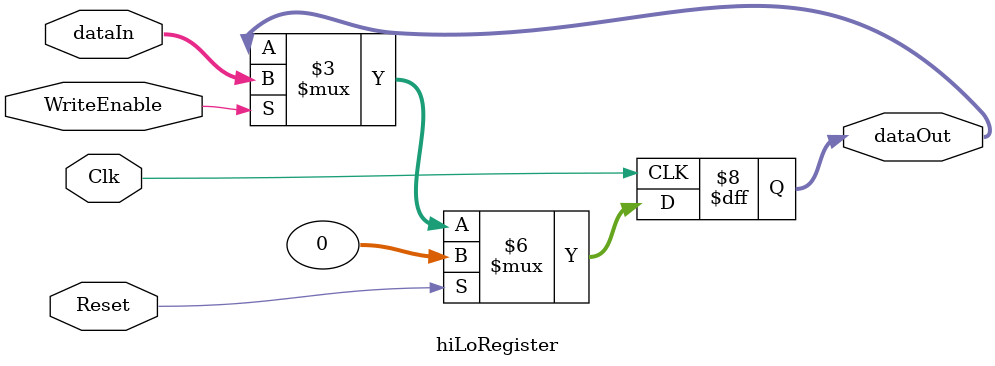
<source format=v>
`timescale 1ns / 1ps
/*
Lab Group Names:
Alan Loreto Cornidez 33%
Chris W Bremser 33%
Haseeb Irfan 33%
*/ 
//////////////////////////////////////////////////////////////////////////////////


module hiLoRegister(
        dataIn, dataOut, WriteEnable, Clk, Reset 
    );

input [31:0]dataIn;
output reg[31:0] dataOut;
input WriteEnable;
input Clk;
input Reset;


always @(posedge Clk)
begin
    if (Reset) begin
        dataOut <= 0;
    end
    else if(WriteEnable == 1) begin
        dataOut <= dataIn;
    end
end


endmodule

</source>
